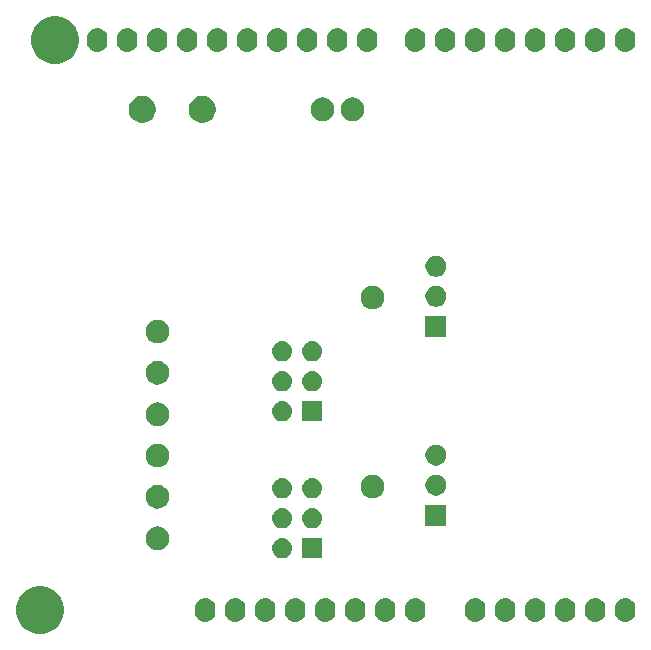
<source format=gbr>
G04 #@! TF.GenerationSoftware,KiCad,Pcbnew,5.0.2+dfsg1-1*
G04 #@! TF.CreationDate,2019-08-13T09:37:24+09:00*
G04 #@! TF.ProjectId,portal_shield_for_arduino,706f7274-616c-45f7-9368-69656c645f66,rev?*
G04 #@! TF.SameCoordinates,Original*
G04 #@! TF.FileFunction,Soldermask,Bot*
G04 #@! TF.FilePolarity,Negative*
%FSLAX46Y46*%
G04 Gerber Fmt 4.6, Leading zero omitted, Abs format (unit mm)*
G04 Created by KiCad (PCBNEW 5.0.2+dfsg1-1) date Tue 13 Aug 2019 09:37:24 AM KST*
%MOMM*%
%LPD*%
G01*
G04 APERTURE LIST*
%ADD10C,0.100000*%
G04 APERTURE END LIST*
D10*
G36*
X125560712Y-121871088D02*
X125930510Y-122024263D01*
X125930513Y-122024265D01*
X126263325Y-122246643D01*
X126546357Y-122529675D01*
X126730204Y-122804822D01*
X126768737Y-122862490D01*
X126921912Y-123232288D01*
X127000000Y-123624864D01*
X127000000Y-124025136D01*
X126921912Y-124417712D01*
X126768737Y-124787510D01*
X126768735Y-124787513D01*
X126546357Y-125120325D01*
X126263325Y-125403357D01*
X125930513Y-125625735D01*
X125930510Y-125625737D01*
X125560712Y-125778912D01*
X125168136Y-125857000D01*
X124767864Y-125857000D01*
X124375288Y-125778912D01*
X124005490Y-125625737D01*
X124005487Y-125625735D01*
X123672675Y-125403357D01*
X123389643Y-125120325D01*
X123167265Y-124787513D01*
X123167263Y-124787510D01*
X123014088Y-124417712D01*
X122936000Y-124025136D01*
X122936000Y-123624864D01*
X123014088Y-123232288D01*
X123167263Y-122862490D01*
X123205796Y-122804822D01*
X123389643Y-122529675D01*
X123672675Y-122246643D01*
X124005487Y-122024265D01*
X124005490Y-122024263D01*
X124375288Y-121871088D01*
X124767864Y-121793000D01*
X125168136Y-121793000D01*
X125560712Y-121871088D01*
X125560712Y-121871088D01*
G37*
G36*
X174667294Y-122821496D02*
X174787726Y-122858029D01*
X174830087Y-122870879D01*
X174980112Y-122951068D01*
X175111612Y-123058988D01*
X175219532Y-123190488D01*
X175299721Y-123340512D01*
X175312571Y-123382873D01*
X175349104Y-123503305D01*
X175349104Y-123503307D01*
X175361600Y-123630179D01*
X175361600Y-124019820D01*
X175361076Y-124025136D01*
X175349104Y-124146694D01*
X175312571Y-124267128D01*
X175299721Y-124309488D01*
X175219532Y-124459512D01*
X175111612Y-124591012D01*
X174980112Y-124698932D01*
X174830088Y-124779121D01*
X174802433Y-124787510D01*
X174667295Y-124828504D01*
X174554432Y-124839620D01*
X174498001Y-124845178D01*
X174498000Y-124845178D01*
X174328706Y-124828504D01*
X174193568Y-124787510D01*
X174165913Y-124779121D01*
X174015889Y-124698932D01*
X173925946Y-124625117D01*
X173884388Y-124591012D01*
X173776469Y-124459512D01*
X173754127Y-124417713D01*
X173696279Y-124309488D01*
X173683429Y-124267127D01*
X173646896Y-124146695D01*
X173638565Y-124062112D01*
X173634400Y-124019821D01*
X173634400Y-123630180D01*
X173646896Y-123503308D01*
X173646896Y-123503306D01*
X173696278Y-123340517D01*
X173696279Y-123340513D01*
X173776468Y-123190488D01*
X173884388Y-123058988D01*
X174015888Y-122951068D01*
X174165912Y-122870879D01*
X174208273Y-122858029D01*
X174328705Y-122821496D01*
X174441568Y-122810380D01*
X174497999Y-122804822D01*
X174498000Y-122804822D01*
X174667294Y-122821496D01*
X174667294Y-122821496D01*
G37*
G36*
X139107294Y-122821496D02*
X139227726Y-122858029D01*
X139270087Y-122870879D01*
X139420112Y-122951068D01*
X139551612Y-123058988D01*
X139659532Y-123190488D01*
X139739721Y-123340512D01*
X139752571Y-123382873D01*
X139789104Y-123503305D01*
X139789104Y-123503307D01*
X139801600Y-123630179D01*
X139801600Y-124019820D01*
X139801076Y-124025136D01*
X139789104Y-124146694D01*
X139752571Y-124267128D01*
X139739721Y-124309488D01*
X139659532Y-124459512D01*
X139551612Y-124591012D01*
X139420112Y-124698932D01*
X139270088Y-124779121D01*
X139242433Y-124787510D01*
X139107295Y-124828504D01*
X138994432Y-124839620D01*
X138938001Y-124845178D01*
X138938000Y-124845178D01*
X138768706Y-124828504D01*
X138633568Y-124787510D01*
X138605913Y-124779121D01*
X138455889Y-124698932D01*
X138365946Y-124625117D01*
X138324388Y-124591012D01*
X138216469Y-124459512D01*
X138194127Y-124417713D01*
X138136279Y-124309488D01*
X138123429Y-124267127D01*
X138086896Y-124146695D01*
X138078565Y-124062112D01*
X138074400Y-124019821D01*
X138074400Y-123630180D01*
X138086896Y-123503308D01*
X138086896Y-123503306D01*
X138136278Y-123340517D01*
X138136279Y-123340513D01*
X138216468Y-123190488D01*
X138324388Y-123058988D01*
X138455888Y-122951068D01*
X138605912Y-122870879D01*
X138648273Y-122858029D01*
X138768705Y-122821496D01*
X138881568Y-122810380D01*
X138937999Y-122804822D01*
X138938000Y-122804822D01*
X139107294Y-122821496D01*
X139107294Y-122821496D01*
G37*
G36*
X141647294Y-122821496D02*
X141767726Y-122858029D01*
X141810087Y-122870879D01*
X141960112Y-122951068D01*
X142091612Y-123058988D01*
X142199532Y-123190488D01*
X142279721Y-123340512D01*
X142292571Y-123382873D01*
X142329104Y-123503305D01*
X142329104Y-123503307D01*
X142341600Y-123630179D01*
X142341600Y-124019820D01*
X142341076Y-124025136D01*
X142329104Y-124146694D01*
X142292571Y-124267128D01*
X142279721Y-124309488D01*
X142199532Y-124459512D01*
X142091612Y-124591012D01*
X141960112Y-124698932D01*
X141810088Y-124779121D01*
X141782433Y-124787510D01*
X141647295Y-124828504D01*
X141534432Y-124839620D01*
X141478001Y-124845178D01*
X141478000Y-124845178D01*
X141308706Y-124828504D01*
X141173568Y-124787510D01*
X141145913Y-124779121D01*
X140995889Y-124698932D01*
X140905946Y-124625117D01*
X140864388Y-124591012D01*
X140756469Y-124459512D01*
X140734127Y-124417713D01*
X140676279Y-124309488D01*
X140663429Y-124267127D01*
X140626896Y-124146695D01*
X140618565Y-124062112D01*
X140614400Y-124019821D01*
X140614400Y-123630180D01*
X140626896Y-123503308D01*
X140626896Y-123503306D01*
X140676278Y-123340517D01*
X140676279Y-123340513D01*
X140756468Y-123190488D01*
X140864388Y-123058988D01*
X140995888Y-122951068D01*
X141145912Y-122870879D01*
X141188273Y-122858029D01*
X141308705Y-122821496D01*
X141421568Y-122810380D01*
X141477999Y-122804822D01*
X141478000Y-122804822D01*
X141647294Y-122821496D01*
X141647294Y-122821496D01*
G37*
G36*
X144187294Y-122821496D02*
X144307726Y-122858029D01*
X144350087Y-122870879D01*
X144500112Y-122951068D01*
X144631612Y-123058988D01*
X144739532Y-123190488D01*
X144819721Y-123340512D01*
X144832571Y-123382873D01*
X144869104Y-123503305D01*
X144869104Y-123503307D01*
X144881600Y-123630179D01*
X144881600Y-124019820D01*
X144881076Y-124025136D01*
X144869104Y-124146694D01*
X144832571Y-124267128D01*
X144819721Y-124309488D01*
X144739532Y-124459512D01*
X144631612Y-124591012D01*
X144500112Y-124698932D01*
X144350088Y-124779121D01*
X144322433Y-124787510D01*
X144187295Y-124828504D01*
X144074432Y-124839620D01*
X144018001Y-124845178D01*
X144018000Y-124845178D01*
X143848706Y-124828504D01*
X143713568Y-124787510D01*
X143685913Y-124779121D01*
X143535889Y-124698932D01*
X143445946Y-124625117D01*
X143404388Y-124591012D01*
X143296469Y-124459512D01*
X143274127Y-124417713D01*
X143216279Y-124309488D01*
X143203429Y-124267127D01*
X143166896Y-124146695D01*
X143158565Y-124062112D01*
X143154400Y-124019821D01*
X143154400Y-123630180D01*
X143166896Y-123503308D01*
X143166896Y-123503306D01*
X143216278Y-123340517D01*
X143216279Y-123340513D01*
X143296468Y-123190488D01*
X143404388Y-123058988D01*
X143535888Y-122951068D01*
X143685912Y-122870879D01*
X143728273Y-122858029D01*
X143848705Y-122821496D01*
X143961568Y-122810380D01*
X144017999Y-122804822D01*
X144018000Y-122804822D01*
X144187294Y-122821496D01*
X144187294Y-122821496D01*
G37*
G36*
X146727294Y-122821496D02*
X146847726Y-122858029D01*
X146890087Y-122870879D01*
X147040112Y-122951068D01*
X147171612Y-123058988D01*
X147279532Y-123190488D01*
X147359721Y-123340512D01*
X147372571Y-123382873D01*
X147409104Y-123503305D01*
X147409104Y-123503307D01*
X147421600Y-123630179D01*
X147421600Y-124019820D01*
X147421076Y-124025136D01*
X147409104Y-124146694D01*
X147372571Y-124267128D01*
X147359721Y-124309488D01*
X147279532Y-124459512D01*
X147171612Y-124591012D01*
X147040112Y-124698932D01*
X146890088Y-124779121D01*
X146862433Y-124787510D01*
X146727295Y-124828504D01*
X146614432Y-124839620D01*
X146558001Y-124845178D01*
X146558000Y-124845178D01*
X146388706Y-124828504D01*
X146253568Y-124787510D01*
X146225913Y-124779121D01*
X146075889Y-124698932D01*
X145985946Y-124625117D01*
X145944388Y-124591012D01*
X145836469Y-124459512D01*
X145814127Y-124417713D01*
X145756279Y-124309488D01*
X145743429Y-124267127D01*
X145706896Y-124146695D01*
X145698565Y-124062112D01*
X145694400Y-124019821D01*
X145694400Y-123630180D01*
X145706896Y-123503308D01*
X145706896Y-123503306D01*
X145756278Y-123340517D01*
X145756279Y-123340513D01*
X145836468Y-123190488D01*
X145944388Y-123058988D01*
X146075888Y-122951068D01*
X146225912Y-122870879D01*
X146268273Y-122858029D01*
X146388705Y-122821496D01*
X146501568Y-122810380D01*
X146557999Y-122804822D01*
X146558000Y-122804822D01*
X146727294Y-122821496D01*
X146727294Y-122821496D01*
G37*
G36*
X149267294Y-122821496D02*
X149387726Y-122858029D01*
X149430087Y-122870879D01*
X149580112Y-122951068D01*
X149711612Y-123058988D01*
X149819532Y-123190488D01*
X149899721Y-123340512D01*
X149912571Y-123382873D01*
X149949104Y-123503305D01*
X149949104Y-123503307D01*
X149961600Y-123630179D01*
X149961600Y-124019820D01*
X149961076Y-124025136D01*
X149949104Y-124146694D01*
X149912571Y-124267128D01*
X149899721Y-124309488D01*
X149819532Y-124459512D01*
X149711612Y-124591012D01*
X149580112Y-124698932D01*
X149430088Y-124779121D01*
X149402433Y-124787510D01*
X149267295Y-124828504D01*
X149154432Y-124839620D01*
X149098001Y-124845178D01*
X149098000Y-124845178D01*
X148928706Y-124828504D01*
X148793568Y-124787510D01*
X148765913Y-124779121D01*
X148615889Y-124698932D01*
X148525946Y-124625117D01*
X148484388Y-124591012D01*
X148376469Y-124459512D01*
X148354127Y-124417713D01*
X148296279Y-124309488D01*
X148283429Y-124267127D01*
X148246896Y-124146695D01*
X148238565Y-124062112D01*
X148234400Y-124019821D01*
X148234400Y-123630180D01*
X148246896Y-123503308D01*
X148246896Y-123503306D01*
X148296278Y-123340517D01*
X148296279Y-123340513D01*
X148376468Y-123190488D01*
X148484388Y-123058988D01*
X148615888Y-122951068D01*
X148765912Y-122870879D01*
X148808273Y-122858029D01*
X148928705Y-122821496D01*
X149041568Y-122810380D01*
X149097999Y-122804822D01*
X149098000Y-122804822D01*
X149267294Y-122821496D01*
X149267294Y-122821496D01*
G37*
G36*
X151807294Y-122821496D02*
X151927726Y-122858029D01*
X151970087Y-122870879D01*
X152120112Y-122951068D01*
X152251612Y-123058988D01*
X152359532Y-123190488D01*
X152439721Y-123340512D01*
X152452571Y-123382873D01*
X152489104Y-123503305D01*
X152489104Y-123503307D01*
X152501600Y-123630179D01*
X152501600Y-124019820D01*
X152501076Y-124025136D01*
X152489104Y-124146694D01*
X152452571Y-124267128D01*
X152439721Y-124309488D01*
X152359532Y-124459512D01*
X152251612Y-124591012D01*
X152120112Y-124698932D01*
X151970088Y-124779121D01*
X151942433Y-124787510D01*
X151807295Y-124828504D01*
X151694432Y-124839620D01*
X151638001Y-124845178D01*
X151638000Y-124845178D01*
X151468706Y-124828504D01*
X151333568Y-124787510D01*
X151305913Y-124779121D01*
X151155889Y-124698932D01*
X151065946Y-124625117D01*
X151024388Y-124591012D01*
X150916469Y-124459512D01*
X150894127Y-124417713D01*
X150836279Y-124309488D01*
X150823429Y-124267127D01*
X150786896Y-124146695D01*
X150778565Y-124062112D01*
X150774400Y-124019821D01*
X150774400Y-123630180D01*
X150786896Y-123503308D01*
X150786896Y-123503306D01*
X150836278Y-123340517D01*
X150836279Y-123340513D01*
X150916468Y-123190488D01*
X151024388Y-123058988D01*
X151155888Y-122951068D01*
X151305912Y-122870879D01*
X151348273Y-122858029D01*
X151468705Y-122821496D01*
X151581568Y-122810380D01*
X151637999Y-122804822D01*
X151638000Y-122804822D01*
X151807294Y-122821496D01*
X151807294Y-122821496D01*
G37*
G36*
X156887294Y-122821496D02*
X157007726Y-122858029D01*
X157050087Y-122870879D01*
X157200112Y-122951068D01*
X157331612Y-123058988D01*
X157439532Y-123190488D01*
X157519721Y-123340512D01*
X157532571Y-123382873D01*
X157569104Y-123503305D01*
X157569104Y-123503307D01*
X157581600Y-123630179D01*
X157581600Y-124019820D01*
X157581076Y-124025136D01*
X157569104Y-124146694D01*
X157532571Y-124267128D01*
X157519721Y-124309488D01*
X157439532Y-124459512D01*
X157331612Y-124591012D01*
X157200112Y-124698932D01*
X157050088Y-124779121D01*
X157022433Y-124787510D01*
X156887295Y-124828504D01*
X156774432Y-124839620D01*
X156718001Y-124845178D01*
X156718000Y-124845178D01*
X156548706Y-124828504D01*
X156413568Y-124787510D01*
X156385913Y-124779121D01*
X156235889Y-124698932D01*
X156145946Y-124625117D01*
X156104388Y-124591012D01*
X155996469Y-124459512D01*
X155974127Y-124417713D01*
X155916279Y-124309488D01*
X155903429Y-124267127D01*
X155866896Y-124146695D01*
X155858565Y-124062112D01*
X155854400Y-124019821D01*
X155854400Y-123630180D01*
X155866896Y-123503308D01*
X155866896Y-123503306D01*
X155916278Y-123340517D01*
X155916279Y-123340513D01*
X155996468Y-123190488D01*
X156104388Y-123058988D01*
X156235888Y-122951068D01*
X156385912Y-122870879D01*
X156428273Y-122858029D01*
X156548705Y-122821496D01*
X156661568Y-122810380D01*
X156717999Y-122804822D01*
X156718000Y-122804822D01*
X156887294Y-122821496D01*
X156887294Y-122821496D01*
G37*
G36*
X161967294Y-122821496D02*
X162087726Y-122858029D01*
X162130087Y-122870879D01*
X162280112Y-122951068D01*
X162411612Y-123058988D01*
X162519532Y-123190488D01*
X162599721Y-123340512D01*
X162612571Y-123382873D01*
X162649104Y-123503305D01*
X162649104Y-123503307D01*
X162661600Y-123630179D01*
X162661600Y-124019820D01*
X162661076Y-124025136D01*
X162649104Y-124146694D01*
X162612571Y-124267128D01*
X162599721Y-124309488D01*
X162519532Y-124459512D01*
X162411612Y-124591012D01*
X162280112Y-124698932D01*
X162130088Y-124779121D01*
X162102433Y-124787510D01*
X161967295Y-124828504D01*
X161854432Y-124839620D01*
X161798001Y-124845178D01*
X161798000Y-124845178D01*
X161628706Y-124828504D01*
X161493568Y-124787510D01*
X161465913Y-124779121D01*
X161315889Y-124698932D01*
X161225946Y-124625117D01*
X161184388Y-124591012D01*
X161076469Y-124459512D01*
X161054127Y-124417713D01*
X160996279Y-124309488D01*
X160983429Y-124267127D01*
X160946896Y-124146695D01*
X160938565Y-124062112D01*
X160934400Y-124019821D01*
X160934400Y-123630180D01*
X160946896Y-123503308D01*
X160946896Y-123503306D01*
X160996278Y-123340517D01*
X160996279Y-123340513D01*
X161076468Y-123190488D01*
X161184388Y-123058988D01*
X161315888Y-122951068D01*
X161465912Y-122870879D01*
X161508273Y-122858029D01*
X161628705Y-122821496D01*
X161741568Y-122810380D01*
X161797999Y-122804822D01*
X161798000Y-122804822D01*
X161967294Y-122821496D01*
X161967294Y-122821496D01*
G37*
G36*
X164507294Y-122821496D02*
X164627726Y-122858029D01*
X164670087Y-122870879D01*
X164820112Y-122951068D01*
X164951612Y-123058988D01*
X165059532Y-123190488D01*
X165139721Y-123340512D01*
X165152571Y-123382873D01*
X165189104Y-123503305D01*
X165189104Y-123503307D01*
X165201600Y-123630179D01*
X165201600Y-124019820D01*
X165201076Y-124025136D01*
X165189104Y-124146694D01*
X165152571Y-124267128D01*
X165139721Y-124309488D01*
X165059532Y-124459512D01*
X164951612Y-124591012D01*
X164820112Y-124698932D01*
X164670088Y-124779121D01*
X164642433Y-124787510D01*
X164507295Y-124828504D01*
X164394432Y-124839620D01*
X164338001Y-124845178D01*
X164338000Y-124845178D01*
X164168706Y-124828504D01*
X164033568Y-124787510D01*
X164005913Y-124779121D01*
X163855889Y-124698932D01*
X163765946Y-124625117D01*
X163724388Y-124591012D01*
X163616469Y-124459512D01*
X163594127Y-124417713D01*
X163536279Y-124309488D01*
X163523429Y-124267127D01*
X163486896Y-124146695D01*
X163478565Y-124062112D01*
X163474400Y-124019821D01*
X163474400Y-123630180D01*
X163486896Y-123503308D01*
X163486896Y-123503306D01*
X163536278Y-123340517D01*
X163536279Y-123340513D01*
X163616468Y-123190488D01*
X163724388Y-123058988D01*
X163855888Y-122951068D01*
X164005912Y-122870879D01*
X164048273Y-122858029D01*
X164168705Y-122821496D01*
X164281568Y-122810380D01*
X164337999Y-122804822D01*
X164338000Y-122804822D01*
X164507294Y-122821496D01*
X164507294Y-122821496D01*
G37*
G36*
X167047294Y-122821496D02*
X167167726Y-122858029D01*
X167210087Y-122870879D01*
X167360112Y-122951068D01*
X167491612Y-123058988D01*
X167599532Y-123190488D01*
X167679721Y-123340512D01*
X167692571Y-123382873D01*
X167729104Y-123503305D01*
X167729104Y-123503307D01*
X167741600Y-123630179D01*
X167741600Y-124019820D01*
X167741076Y-124025136D01*
X167729104Y-124146694D01*
X167692571Y-124267128D01*
X167679721Y-124309488D01*
X167599532Y-124459512D01*
X167491612Y-124591012D01*
X167360112Y-124698932D01*
X167210088Y-124779121D01*
X167182433Y-124787510D01*
X167047295Y-124828504D01*
X166934432Y-124839620D01*
X166878001Y-124845178D01*
X166878000Y-124845178D01*
X166708706Y-124828504D01*
X166573568Y-124787510D01*
X166545913Y-124779121D01*
X166395889Y-124698932D01*
X166305946Y-124625117D01*
X166264388Y-124591012D01*
X166156469Y-124459512D01*
X166134127Y-124417713D01*
X166076279Y-124309488D01*
X166063429Y-124267127D01*
X166026896Y-124146695D01*
X166018565Y-124062112D01*
X166014400Y-124019821D01*
X166014400Y-123630180D01*
X166026896Y-123503308D01*
X166026896Y-123503306D01*
X166076278Y-123340517D01*
X166076279Y-123340513D01*
X166156468Y-123190488D01*
X166264388Y-123058988D01*
X166395888Y-122951068D01*
X166545912Y-122870879D01*
X166588273Y-122858029D01*
X166708705Y-122821496D01*
X166821568Y-122810380D01*
X166877999Y-122804822D01*
X166878000Y-122804822D01*
X167047294Y-122821496D01*
X167047294Y-122821496D01*
G37*
G36*
X169587294Y-122821496D02*
X169707726Y-122858029D01*
X169750087Y-122870879D01*
X169900112Y-122951068D01*
X170031612Y-123058988D01*
X170139532Y-123190488D01*
X170219721Y-123340512D01*
X170232571Y-123382873D01*
X170269104Y-123503305D01*
X170269104Y-123503307D01*
X170281600Y-123630179D01*
X170281600Y-124019820D01*
X170281076Y-124025136D01*
X170269104Y-124146694D01*
X170232571Y-124267128D01*
X170219721Y-124309488D01*
X170139532Y-124459512D01*
X170031612Y-124591012D01*
X169900112Y-124698932D01*
X169750088Y-124779121D01*
X169722433Y-124787510D01*
X169587295Y-124828504D01*
X169474432Y-124839620D01*
X169418001Y-124845178D01*
X169418000Y-124845178D01*
X169248706Y-124828504D01*
X169113568Y-124787510D01*
X169085913Y-124779121D01*
X168935889Y-124698932D01*
X168845946Y-124625117D01*
X168804388Y-124591012D01*
X168696469Y-124459512D01*
X168674127Y-124417713D01*
X168616279Y-124309488D01*
X168603429Y-124267127D01*
X168566896Y-124146695D01*
X168558565Y-124062112D01*
X168554400Y-124019821D01*
X168554400Y-123630180D01*
X168566896Y-123503308D01*
X168566896Y-123503306D01*
X168616278Y-123340517D01*
X168616279Y-123340513D01*
X168696468Y-123190488D01*
X168804388Y-123058988D01*
X168935888Y-122951068D01*
X169085912Y-122870879D01*
X169128273Y-122858029D01*
X169248705Y-122821496D01*
X169361568Y-122810380D01*
X169417999Y-122804822D01*
X169418000Y-122804822D01*
X169587294Y-122821496D01*
X169587294Y-122821496D01*
G37*
G36*
X172127294Y-122821496D02*
X172247726Y-122858029D01*
X172290087Y-122870879D01*
X172440112Y-122951068D01*
X172571612Y-123058988D01*
X172679532Y-123190488D01*
X172759721Y-123340512D01*
X172772571Y-123382873D01*
X172809104Y-123503305D01*
X172809104Y-123503307D01*
X172821600Y-123630179D01*
X172821600Y-124019820D01*
X172821076Y-124025136D01*
X172809104Y-124146694D01*
X172772571Y-124267128D01*
X172759721Y-124309488D01*
X172679532Y-124459512D01*
X172571612Y-124591012D01*
X172440112Y-124698932D01*
X172290088Y-124779121D01*
X172262433Y-124787510D01*
X172127295Y-124828504D01*
X172014432Y-124839620D01*
X171958001Y-124845178D01*
X171958000Y-124845178D01*
X171788706Y-124828504D01*
X171653568Y-124787510D01*
X171625913Y-124779121D01*
X171475889Y-124698932D01*
X171385946Y-124625117D01*
X171344388Y-124591012D01*
X171236469Y-124459512D01*
X171214127Y-124417713D01*
X171156279Y-124309488D01*
X171143429Y-124267127D01*
X171106896Y-124146695D01*
X171098565Y-124062112D01*
X171094400Y-124019821D01*
X171094400Y-123630180D01*
X171106896Y-123503308D01*
X171106896Y-123503306D01*
X171156278Y-123340517D01*
X171156279Y-123340513D01*
X171236468Y-123190488D01*
X171344388Y-123058988D01*
X171475888Y-122951068D01*
X171625912Y-122870879D01*
X171668273Y-122858029D01*
X171788705Y-122821496D01*
X171901568Y-122810380D01*
X171957999Y-122804822D01*
X171958000Y-122804822D01*
X172127294Y-122821496D01*
X172127294Y-122821496D01*
G37*
G36*
X154347294Y-122821496D02*
X154467726Y-122858029D01*
X154510087Y-122870879D01*
X154660112Y-122951068D01*
X154791612Y-123058988D01*
X154899532Y-123190488D01*
X154979721Y-123340512D01*
X154992571Y-123382873D01*
X155029104Y-123503305D01*
X155029104Y-123503307D01*
X155041600Y-123630179D01*
X155041600Y-124019820D01*
X155041076Y-124025136D01*
X155029104Y-124146694D01*
X154992571Y-124267128D01*
X154979721Y-124309488D01*
X154899532Y-124459512D01*
X154791612Y-124591012D01*
X154660112Y-124698932D01*
X154510088Y-124779121D01*
X154482433Y-124787510D01*
X154347295Y-124828504D01*
X154234432Y-124839620D01*
X154178001Y-124845178D01*
X154178000Y-124845178D01*
X154008706Y-124828504D01*
X153873568Y-124787510D01*
X153845913Y-124779121D01*
X153695889Y-124698932D01*
X153605946Y-124625117D01*
X153564388Y-124591012D01*
X153456469Y-124459512D01*
X153434127Y-124417713D01*
X153376279Y-124309488D01*
X153363429Y-124267127D01*
X153326896Y-124146695D01*
X153318565Y-124062112D01*
X153314400Y-124019821D01*
X153314400Y-123630180D01*
X153326896Y-123503308D01*
X153326896Y-123503306D01*
X153376278Y-123340517D01*
X153376279Y-123340513D01*
X153456468Y-123190488D01*
X153564388Y-123058988D01*
X153695888Y-122951068D01*
X153845912Y-122870879D01*
X153888273Y-122858029D01*
X154008705Y-122821496D01*
X154121568Y-122810380D01*
X154177999Y-122804822D01*
X154178000Y-122804822D01*
X154347294Y-122821496D01*
X154347294Y-122821496D01*
G37*
G36*
X145626630Y-117762299D02*
X145786855Y-117810903D01*
X145934520Y-117889831D01*
X146063949Y-117996051D01*
X146170169Y-118125480D01*
X146249097Y-118273145D01*
X146297701Y-118433370D01*
X146314112Y-118600000D01*
X146297701Y-118766630D01*
X146249097Y-118926855D01*
X146170169Y-119074520D01*
X146063949Y-119203949D01*
X145934520Y-119310169D01*
X145786855Y-119389097D01*
X145626630Y-119437701D01*
X145501752Y-119450000D01*
X145418248Y-119450000D01*
X145293370Y-119437701D01*
X145133145Y-119389097D01*
X144985480Y-119310169D01*
X144856051Y-119203949D01*
X144749831Y-119074520D01*
X144670903Y-118926855D01*
X144622299Y-118766630D01*
X144605888Y-118600000D01*
X144622299Y-118433370D01*
X144670903Y-118273145D01*
X144749831Y-118125480D01*
X144856051Y-117996051D01*
X144985480Y-117889831D01*
X145133145Y-117810903D01*
X145293370Y-117762299D01*
X145418248Y-117750000D01*
X145501752Y-117750000D01*
X145626630Y-117762299D01*
X145626630Y-117762299D01*
G37*
G36*
X148850000Y-119450000D02*
X147150000Y-119450000D01*
X147150000Y-117750000D01*
X148850000Y-117750000D01*
X148850000Y-119450000D01*
X148850000Y-119450000D01*
G37*
G36*
X135075770Y-116765372D02*
X135191689Y-116788429D01*
X135373678Y-116863811D01*
X135537463Y-116973249D01*
X135676751Y-117112537D01*
X135786189Y-117276322D01*
X135861571Y-117458311D01*
X135900000Y-117651509D01*
X135900000Y-117848491D01*
X135861571Y-118041689D01*
X135786189Y-118223678D01*
X135676751Y-118387463D01*
X135537463Y-118526751D01*
X135373678Y-118636189D01*
X135191689Y-118711571D01*
X135075770Y-118734628D01*
X134998493Y-118750000D01*
X134801507Y-118750000D01*
X134724230Y-118734628D01*
X134608311Y-118711571D01*
X134426322Y-118636189D01*
X134262537Y-118526751D01*
X134123249Y-118387463D01*
X134013811Y-118223678D01*
X133938429Y-118041689D01*
X133900000Y-117848491D01*
X133900000Y-117651509D01*
X133938429Y-117458311D01*
X134013811Y-117276322D01*
X134123249Y-117112537D01*
X134262537Y-116973249D01*
X134426322Y-116863811D01*
X134608311Y-116788429D01*
X134724230Y-116765372D01*
X134801507Y-116750000D01*
X134998493Y-116750000D01*
X135075770Y-116765372D01*
X135075770Y-116765372D01*
G37*
G36*
X148166630Y-115222299D02*
X148326855Y-115270903D01*
X148474520Y-115349831D01*
X148603949Y-115456051D01*
X148710169Y-115585480D01*
X148789097Y-115733145D01*
X148837701Y-115893370D01*
X148854112Y-116060000D01*
X148837701Y-116226630D01*
X148789097Y-116386855D01*
X148710169Y-116534520D01*
X148603949Y-116663949D01*
X148474520Y-116770169D01*
X148326855Y-116849097D01*
X148166630Y-116897701D01*
X148041752Y-116910000D01*
X147958248Y-116910000D01*
X147833370Y-116897701D01*
X147673145Y-116849097D01*
X147525480Y-116770169D01*
X147396051Y-116663949D01*
X147289831Y-116534520D01*
X147210903Y-116386855D01*
X147162299Y-116226630D01*
X147145888Y-116060000D01*
X147162299Y-115893370D01*
X147210903Y-115733145D01*
X147289831Y-115585480D01*
X147396051Y-115456051D01*
X147525480Y-115349831D01*
X147673145Y-115270903D01*
X147833370Y-115222299D01*
X147958248Y-115210000D01*
X148041752Y-115210000D01*
X148166630Y-115222299D01*
X148166630Y-115222299D01*
G37*
G36*
X145626630Y-115222299D02*
X145786855Y-115270903D01*
X145934520Y-115349831D01*
X146063949Y-115456051D01*
X146170169Y-115585480D01*
X146249097Y-115733145D01*
X146297701Y-115893370D01*
X146314112Y-116060000D01*
X146297701Y-116226630D01*
X146249097Y-116386855D01*
X146170169Y-116534520D01*
X146063949Y-116663949D01*
X145934520Y-116770169D01*
X145786855Y-116849097D01*
X145626630Y-116897701D01*
X145501752Y-116910000D01*
X145418248Y-116910000D01*
X145293370Y-116897701D01*
X145133145Y-116849097D01*
X144985480Y-116770169D01*
X144856051Y-116663949D01*
X144749831Y-116534520D01*
X144670903Y-116386855D01*
X144622299Y-116226630D01*
X144605888Y-116060000D01*
X144622299Y-115893370D01*
X144670903Y-115733145D01*
X144749831Y-115585480D01*
X144856051Y-115456051D01*
X144985480Y-115349831D01*
X145133145Y-115270903D01*
X145293370Y-115222299D01*
X145418248Y-115210000D01*
X145501752Y-115210000D01*
X145626630Y-115222299D01*
X145626630Y-115222299D01*
G37*
G36*
X159363340Y-116692400D02*
X157585340Y-116692400D01*
X157585340Y-114914400D01*
X159363340Y-114914400D01*
X159363340Y-116692400D01*
X159363340Y-116692400D01*
G37*
G36*
X135075770Y-113265372D02*
X135191689Y-113288429D01*
X135373678Y-113363811D01*
X135537463Y-113473249D01*
X135676751Y-113612537D01*
X135786189Y-113776322D01*
X135861571Y-113958311D01*
X135870289Y-114002141D01*
X135900000Y-114151507D01*
X135900000Y-114348493D01*
X135898168Y-114357701D01*
X135861571Y-114541689D01*
X135786189Y-114723678D01*
X135676751Y-114887463D01*
X135537463Y-115026751D01*
X135373678Y-115136189D01*
X135191689Y-115211571D01*
X135075770Y-115234628D01*
X134998493Y-115250000D01*
X134801507Y-115250000D01*
X134724230Y-115234628D01*
X134608311Y-115211571D01*
X134426322Y-115136189D01*
X134262537Y-115026751D01*
X134123249Y-114887463D01*
X134013811Y-114723678D01*
X133938429Y-114541689D01*
X133901832Y-114357701D01*
X133900000Y-114348493D01*
X133900000Y-114151507D01*
X133929711Y-114002141D01*
X133938429Y-113958311D01*
X134013811Y-113776322D01*
X134123249Y-113612537D01*
X134262537Y-113473249D01*
X134426322Y-113363811D01*
X134608311Y-113288429D01*
X134724230Y-113265372D01*
X134801507Y-113250000D01*
X134998493Y-113250000D01*
X135075770Y-113265372D01*
X135075770Y-113265372D01*
G37*
G36*
X145626630Y-112682299D02*
X145786855Y-112730903D01*
X145934520Y-112809831D01*
X146063949Y-112916051D01*
X146170169Y-113045480D01*
X146249097Y-113193145D01*
X146297701Y-113353370D01*
X146314112Y-113520000D01*
X146297701Y-113686630D01*
X146249097Y-113846855D01*
X146170169Y-113994520D01*
X146063949Y-114123949D01*
X145934520Y-114230169D01*
X145786855Y-114309097D01*
X145626630Y-114357701D01*
X145501752Y-114370000D01*
X145418248Y-114370000D01*
X145293370Y-114357701D01*
X145133145Y-114309097D01*
X144985480Y-114230169D01*
X144856051Y-114123949D01*
X144749831Y-113994520D01*
X144670903Y-113846855D01*
X144622299Y-113686630D01*
X144605888Y-113520000D01*
X144622299Y-113353370D01*
X144670903Y-113193145D01*
X144749831Y-113045480D01*
X144856051Y-112916051D01*
X144985480Y-112809831D01*
X145133145Y-112730903D01*
X145293370Y-112682299D01*
X145418248Y-112670000D01*
X145501752Y-112670000D01*
X145626630Y-112682299D01*
X145626630Y-112682299D01*
G37*
G36*
X148166630Y-112682299D02*
X148326855Y-112730903D01*
X148474520Y-112809831D01*
X148603949Y-112916051D01*
X148710169Y-113045480D01*
X148789097Y-113193145D01*
X148837701Y-113353370D01*
X148854112Y-113520000D01*
X148837701Y-113686630D01*
X148789097Y-113846855D01*
X148710169Y-113994520D01*
X148603949Y-114123949D01*
X148474520Y-114230169D01*
X148326855Y-114309097D01*
X148166630Y-114357701D01*
X148041752Y-114370000D01*
X147958248Y-114370000D01*
X147833370Y-114357701D01*
X147673145Y-114309097D01*
X147525480Y-114230169D01*
X147396051Y-114123949D01*
X147289831Y-113994520D01*
X147210903Y-113846855D01*
X147162299Y-113686630D01*
X147145888Y-113520000D01*
X147162299Y-113353370D01*
X147210903Y-113193145D01*
X147289831Y-113045480D01*
X147396051Y-112916051D01*
X147525480Y-112809831D01*
X147673145Y-112730903D01*
X147833370Y-112682299D01*
X147958248Y-112670000D01*
X148041752Y-112670000D01*
X148166630Y-112682299D01*
X148166630Y-112682299D01*
G37*
G36*
X153391238Y-112403919D02*
X153573137Y-112479264D01*
X153736841Y-112588648D01*
X153876052Y-112727859D01*
X153985436Y-112891563D01*
X154060781Y-113073462D01*
X154099190Y-113266557D01*
X154099190Y-113463443D01*
X154060781Y-113656538D01*
X153985436Y-113838437D01*
X153876052Y-114002141D01*
X153736841Y-114141352D01*
X153573137Y-114250736D01*
X153391238Y-114326081D01*
X153198143Y-114364490D01*
X153001257Y-114364490D01*
X152808162Y-114326081D01*
X152626263Y-114250736D01*
X152462559Y-114141352D01*
X152323348Y-114002141D01*
X152213964Y-113838437D01*
X152138619Y-113656538D01*
X152100210Y-113463443D01*
X152100210Y-113266557D01*
X152138619Y-113073462D01*
X152213964Y-112891563D01*
X152323348Y-112727859D01*
X152462559Y-112588648D01*
X152626263Y-112479264D01*
X152808162Y-112403919D01*
X153001257Y-112365510D01*
X153198143Y-112365510D01*
X153391238Y-112403919D01*
X153391238Y-112403919D01*
G37*
G36*
X158733652Y-112408564D02*
X158895438Y-112475578D01*
X159041047Y-112572871D01*
X159164869Y-112696693D01*
X159262162Y-112842302D01*
X159329176Y-113004088D01*
X159363340Y-113175841D01*
X159363340Y-113350959D01*
X159329176Y-113522712D01*
X159262162Y-113684498D01*
X159164869Y-113830107D01*
X159041047Y-113953929D01*
X158895438Y-114051222D01*
X158733652Y-114118236D01*
X158561899Y-114152400D01*
X158386781Y-114152400D01*
X158215028Y-114118236D01*
X158053242Y-114051222D01*
X157907633Y-113953929D01*
X157783811Y-113830107D01*
X157686518Y-113684498D01*
X157619504Y-113522712D01*
X157585340Y-113350959D01*
X157585340Y-113175841D01*
X157619504Y-113004088D01*
X157686518Y-112842302D01*
X157783811Y-112696693D01*
X157907633Y-112572871D01*
X158053242Y-112475578D01*
X158215028Y-112408564D01*
X158386781Y-112374400D01*
X158561899Y-112374400D01*
X158733652Y-112408564D01*
X158733652Y-112408564D01*
G37*
G36*
X135075770Y-109765372D02*
X135191689Y-109788429D01*
X135373678Y-109863811D01*
X135537463Y-109973249D01*
X135676751Y-110112537D01*
X135786189Y-110276322D01*
X135861571Y-110458311D01*
X135862720Y-110464088D01*
X135896884Y-110635841D01*
X135900000Y-110651509D01*
X135900000Y-110848491D01*
X135861571Y-111041689D01*
X135786189Y-111223678D01*
X135676751Y-111387463D01*
X135537463Y-111526751D01*
X135373678Y-111636189D01*
X135191689Y-111711571D01*
X135075770Y-111734628D01*
X134998493Y-111750000D01*
X134801507Y-111750000D01*
X134724230Y-111734628D01*
X134608311Y-111711571D01*
X134426322Y-111636189D01*
X134262537Y-111526751D01*
X134123249Y-111387463D01*
X134013811Y-111223678D01*
X133938429Y-111041689D01*
X133900000Y-110848491D01*
X133900000Y-110651509D01*
X133903117Y-110635841D01*
X133937280Y-110464088D01*
X133938429Y-110458311D01*
X134013811Y-110276322D01*
X134123249Y-110112537D01*
X134262537Y-109973249D01*
X134426322Y-109863811D01*
X134608311Y-109788429D01*
X134724230Y-109765372D01*
X134801507Y-109750000D01*
X134998493Y-109750000D01*
X135075770Y-109765372D01*
X135075770Y-109765372D01*
G37*
G36*
X158733652Y-109868564D02*
X158895438Y-109935578D01*
X159041047Y-110032871D01*
X159164869Y-110156693D01*
X159262162Y-110302302D01*
X159329176Y-110464088D01*
X159363340Y-110635841D01*
X159363340Y-110810959D01*
X159329176Y-110982712D01*
X159262162Y-111144498D01*
X159164869Y-111290107D01*
X159041047Y-111413929D01*
X158895438Y-111511222D01*
X158733652Y-111578236D01*
X158561899Y-111612400D01*
X158386781Y-111612400D01*
X158215028Y-111578236D01*
X158053242Y-111511222D01*
X157907633Y-111413929D01*
X157783811Y-111290107D01*
X157686518Y-111144498D01*
X157619504Y-110982712D01*
X157585340Y-110810959D01*
X157585340Y-110635841D01*
X157619504Y-110464088D01*
X157686518Y-110302302D01*
X157783811Y-110156693D01*
X157907633Y-110032871D01*
X158053242Y-109935578D01*
X158215028Y-109868564D01*
X158386781Y-109834400D01*
X158561899Y-109834400D01*
X158733652Y-109868564D01*
X158733652Y-109868564D01*
G37*
G36*
X135075770Y-106265372D02*
X135191689Y-106288429D01*
X135373678Y-106363811D01*
X135537463Y-106473249D01*
X135676751Y-106612537D01*
X135786189Y-106776322D01*
X135861571Y-106958311D01*
X135900000Y-107151509D01*
X135900000Y-107348491D01*
X135861571Y-107541689D01*
X135786189Y-107723678D01*
X135676751Y-107887463D01*
X135537463Y-108026751D01*
X135373678Y-108136189D01*
X135191689Y-108211571D01*
X135075770Y-108234628D01*
X134998493Y-108250000D01*
X134801507Y-108250000D01*
X134724230Y-108234628D01*
X134608311Y-108211571D01*
X134426322Y-108136189D01*
X134262537Y-108026751D01*
X134123249Y-107887463D01*
X134013811Y-107723678D01*
X133938429Y-107541689D01*
X133900000Y-107348491D01*
X133900000Y-107151509D01*
X133938429Y-106958311D01*
X134013811Y-106776322D01*
X134123249Y-106612537D01*
X134262537Y-106473249D01*
X134426322Y-106363811D01*
X134608311Y-106288429D01*
X134724230Y-106265372D01*
X134801507Y-106250000D01*
X134998493Y-106250000D01*
X135075770Y-106265372D01*
X135075770Y-106265372D01*
G37*
G36*
X148850000Y-107850000D02*
X147150000Y-107850000D01*
X147150000Y-106150000D01*
X148850000Y-106150000D01*
X148850000Y-107850000D01*
X148850000Y-107850000D01*
G37*
G36*
X145626630Y-106162299D02*
X145786855Y-106210903D01*
X145934520Y-106289831D01*
X146063949Y-106396051D01*
X146170169Y-106525480D01*
X146249097Y-106673145D01*
X146297701Y-106833370D01*
X146314112Y-107000000D01*
X146297701Y-107166630D01*
X146249097Y-107326855D01*
X146170169Y-107474520D01*
X146063949Y-107603949D01*
X145934520Y-107710169D01*
X145786855Y-107789097D01*
X145626630Y-107837701D01*
X145501752Y-107850000D01*
X145418248Y-107850000D01*
X145293370Y-107837701D01*
X145133145Y-107789097D01*
X144985480Y-107710169D01*
X144856051Y-107603949D01*
X144749831Y-107474520D01*
X144670903Y-107326855D01*
X144622299Y-107166630D01*
X144605888Y-107000000D01*
X144622299Y-106833370D01*
X144670903Y-106673145D01*
X144749831Y-106525480D01*
X144856051Y-106396051D01*
X144985480Y-106289831D01*
X145133145Y-106210903D01*
X145293370Y-106162299D01*
X145418248Y-106150000D01*
X145501752Y-106150000D01*
X145626630Y-106162299D01*
X145626630Y-106162299D01*
G37*
G36*
X148166630Y-103622299D02*
X148326855Y-103670903D01*
X148474520Y-103749831D01*
X148603949Y-103856051D01*
X148710169Y-103985480D01*
X148789097Y-104133145D01*
X148837701Y-104293370D01*
X148854112Y-104460000D01*
X148837701Y-104626630D01*
X148789097Y-104786855D01*
X148710169Y-104934520D01*
X148603949Y-105063949D01*
X148474520Y-105170169D01*
X148326855Y-105249097D01*
X148166630Y-105297701D01*
X148041752Y-105310000D01*
X147958248Y-105310000D01*
X147833370Y-105297701D01*
X147673145Y-105249097D01*
X147525480Y-105170169D01*
X147396051Y-105063949D01*
X147289831Y-104934520D01*
X147210903Y-104786855D01*
X147162299Y-104626630D01*
X147145888Y-104460000D01*
X147162299Y-104293370D01*
X147210903Y-104133145D01*
X147289831Y-103985480D01*
X147396051Y-103856051D01*
X147525480Y-103749831D01*
X147673145Y-103670903D01*
X147833370Y-103622299D01*
X147958248Y-103610000D01*
X148041752Y-103610000D01*
X148166630Y-103622299D01*
X148166630Y-103622299D01*
G37*
G36*
X145626630Y-103622299D02*
X145786855Y-103670903D01*
X145934520Y-103749831D01*
X146063949Y-103856051D01*
X146170169Y-103985480D01*
X146249097Y-104133145D01*
X146297701Y-104293370D01*
X146314112Y-104460000D01*
X146297701Y-104626630D01*
X146249097Y-104786855D01*
X146170169Y-104934520D01*
X146063949Y-105063949D01*
X145934520Y-105170169D01*
X145786855Y-105249097D01*
X145626630Y-105297701D01*
X145501752Y-105310000D01*
X145418248Y-105310000D01*
X145293370Y-105297701D01*
X145133145Y-105249097D01*
X144985480Y-105170169D01*
X144856051Y-105063949D01*
X144749831Y-104934520D01*
X144670903Y-104786855D01*
X144622299Y-104626630D01*
X144605888Y-104460000D01*
X144622299Y-104293370D01*
X144670903Y-104133145D01*
X144749831Y-103985480D01*
X144856051Y-103856051D01*
X144985480Y-103749831D01*
X145133145Y-103670903D01*
X145293370Y-103622299D01*
X145418248Y-103610000D01*
X145501752Y-103610000D01*
X145626630Y-103622299D01*
X145626630Y-103622299D01*
G37*
G36*
X135075770Y-102765372D02*
X135191689Y-102788429D01*
X135373678Y-102863811D01*
X135537463Y-102973249D01*
X135676751Y-103112537D01*
X135786189Y-103276322D01*
X135861571Y-103458311D01*
X135884628Y-103574230D01*
X135900000Y-103651507D01*
X135900000Y-103848493D01*
X135898496Y-103856052D01*
X135861571Y-104041689D01*
X135786189Y-104223678D01*
X135676751Y-104387463D01*
X135537463Y-104526751D01*
X135373678Y-104636189D01*
X135191689Y-104711571D01*
X135075770Y-104734628D01*
X134998493Y-104750000D01*
X134801507Y-104750000D01*
X134724230Y-104734628D01*
X134608311Y-104711571D01*
X134426322Y-104636189D01*
X134262537Y-104526751D01*
X134123249Y-104387463D01*
X134013811Y-104223678D01*
X133938429Y-104041689D01*
X133901504Y-103856052D01*
X133900000Y-103848493D01*
X133900000Y-103651507D01*
X133915372Y-103574230D01*
X133938429Y-103458311D01*
X134013811Y-103276322D01*
X134123249Y-103112537D01*
X134262537Y-102973249D01*
X134426322Y-102863811D01*
X134608311Y-102788429D01*
X134724230Y-102765372D01*
X134801507Y-102750000D01*
X134998493Y-102750000D01*
X135075770Y-102765372D01*
X135075770Y-102765372D01*
G37*
G36*
X145626630Y-101082299D02*
X145786855Y-101130903D01*
X145934520Y-101209831D01*
X146063949Y-101316051D01*
X146170169Y-101445480D01*
X146249097Y-101593145D01*
X146297701Y-101753370D01*
X146314112Y-101920000D01*
X146297701Y-102086630D01*
X146249097Y-102246855D01*
X146170169Y-102394520D01*
X146063949Y-102523949D01*
X145934520Y-102630169D01*
X145786855Y-102709097D01*
X145626630Y-102757701D01*
X145501752Y-102770000D01*
X145418248Y-102770000D01*
X145293370Y-102757701D01*
X145133145Y-102709097D01*
X144985480Y-102630169D01*
X144856051Y-102523949D01*
X144749831Y-102394520D01*
X144670903Y-102246855D01*
X144622299Y-102086630D01*
X144605888Y-101920000D01*
X144622299Y-101753370D01*
X144670903Y-101593145D01*
X144749831Y-101445480D01*
X144856051Y-101316051D01*
X144985480Y-101209831D01*
X145133145Y-101130903D01*
X145293370Y-101082299D01*
X145418248Y-101070000D01*
X145501752Y-101070000D01*
X145626630Y-101082299D01*
X145626630Y-101082299D01*
G37*
G36*
X148166630Y-101082299D02*
X148326855Y-101130903D01*
X148474520Y-101209831D01*
X148603949Y-101316051D01*
X148710169Y-101445480D01*
X148789097Y-101593145D01*
X148837701Y-101753370D01*
X148854112Y-101920000D01*
X148837701Y-102086630D01*
X148789097Y-102246855D01*
X148710169Y-102394520D01*
X148603949Y-102523949D01*
X148474520Y-102630169D01*
X148326855Y-102709097D01*
X148166630Y-102757701D01*
X148041752Y-102770000D01*
X147958248Y-102770000D01*
X147833370Y-102757701D01*
X147673145Y-102709097D01*
X147525480Y-102630169D01*
X147396051Y-102523949D01*
X147289831Y-102394520D01*
X147210903Y-102246855D01*
X147162299Y-102086630D01*
X147145888Y-101920000D01*
X147162299Y-101753370D01*
X147210903Y-101593145D01*
X147289831Y-101445480D01*
X147396051Y-101316051D01*
X147525480Y-101209831D01*
X147673145Y-101130903D01*
X147833370Y-101082299D01*
X147958248Y-101070000D01*
X148041752Y-101070000D01*
X148166630Y-101082299D01*
X148166630Y-101082299D01*
G37*
G36*
X135075770Y-99265372D02*
X135191689Y-99288429D01*
X135373678Y-99363811D01*
X135537463Y-99473249D01*
X135676751Y-99612537D01*
X135786189Y-99776322D01*
X135861571Y-99958311D01*
X135900000Y-100151509D01*
X135900000Y-100348491D01*
X135861571Y-100541689D01*
X135786189Y-100723678D01*
X135676751Y-100887463D01*
X135537463Y-101026751D01*
X135373678Y-101136189D01*
X135191689Y-101211571D01*
X135075770Y-101234628D01*
X134998493Y-101250000D01*
X134801507Y-101250000D01*
X134724230Y-101234628D01*
X134608311Y-101211571D01*
X134426322Y-101136189D01*
X134262537Y-101026751D01*
X134123249Y-100887463D01*
X134013811Y-100723678D01*
X133938429Y-100541689D01*
X133900000Y-100348491D01*
X133900000Y-100151509D01*
X133938429Y-99958311D01*
X134013811Y-99776322D01*
X134123249Y-99612537D01*
X134262537Y-99473249D01*
X134426322Y-99363811D01*
X134608311Y-99288429D01*
X134724230Y-99265372D01*
X134801507Y-99250000D01*
X134998493Y-99250000D01*
X135075770Y-99265372D01*
X135075770Y-99265372D01*
G37*
G36*
X159363340Y-100692400D02*
X157585340Y-100692400D01*
X157585340Y-98914400D01*
X159363340Y-98914400D01*
X159363340Y-100692400D01*
X159363340Y-100692400D01*
G37*
G36*
X153391238Y-96403919D02*
X153573137Y-96479264D01*
X153736841Y-96588648D01*
X153876052Y-96727859D01*
X153985436Y-96891563D01*
X154060781Y-97073462D01*
X154099190Y-97266557D01*
X154099190Y-97463443D01*
X154060781Y-97656538D01*
X153985436Y-97838437D01*
X153876052Y-98002141D01*
X153736841Y-98141352D01*
X153573137Y-98250736D01*
X153391238Y-98326081D01*
X153198143Y-98364490D01*
X153001257Y-98364490D01*
X152808162Y-98326081D01*
X152626263Y-98250736D01*
X152462559Y-98141352D01*
X152323348Y-98002141D01*
X152213964Y-97838437D01*
X152138619Y-97656538D01*
X152100210Y-97463443D01*
X152100210Y-97266557D01*
X152138619Y-97073462D01*
X152213964Y-96891563D01*
X152323348Y-96727859D01*
X152462559Y-96588648D01*
X152626263Y-96479264D01*
X152808162Y-96403919D01*
X153001257Y-96365510D01*
X153198143Y-96365510D01*
X153391238Y-96403919D01*
X153391238Y-96403919D01*
G37*
G36*
X158733652Y-96408564D02*
X158895438Y-96475578D01*
X159041047Y-96572871D01*
X159164869Y-96696693D01*
X159262162Y-96842302D01*
X159329176Y-97004088D01*
X159363340Y-97175841D01*
X159363340Y-97350959D01*
X159329176Y-97522712D01*
X159262162Y-97684498D01*
X159164869Y-97830107D01*
X159041047Y-97953929D01*
X158895438Y-98051222D01*
X158733652Y-98118236D01*
X158561899Y-98152400D01*
X158386781Y-98152400D01*
X158215028Y-98118236D01*
X158053242Y-98051222D01*
X157907633Y-97953929D01*
X157783811Y-97830107D01*
X157686518Y-97684498D01*
X157619504Y-97522712D01*
X157585340Y-97350959D01*
X157585340Y-97175841D01*
X157619504Y-97004088D01*
X157686518Y-96842302D01*
X157783811Y-96696693D01*
X157907633Y-96572871D01*
X158053242Y-96475578D01*
X158215028Y-96408564D01*
X158386781Y-96374400D01*
X158561899Y-96374400D01*
X158733652Y-96408564D01*
X158733652Y-96408564D01*
G37*
G36*
X158733652Y-93868564D02*
X158895438Y-93935578D01*
X159041047Y-94032871D01*
X159164869Y-94156693D01*
X159262162Y-94302302D01*
X159329176Y-94464088D01*
X159363340Y-94635841D01*
X159363340Y-94810959D01*
X159329176Y-94982712D01*
X159262162Y-95144498D01*
X159164869Y-95290107D01*
X159041047Y-95413929D01*
X158895438Y-95511222D01*
X158733652Y-95578236D01*
X158561899Y-95612400D01*
X158386781Y-95612400D01*
X158215028Y-95578236D01*
X158053242Y-95511222D01*
X157907633Y-95413929D01*
X157783811Y-95290107D01*
X157686518Y-95144498D01*
X157619504Y-94982712D01*
X157585340Y-94810959D01*
X157585340Y-94635841D01*
X157619504Y-94464088D01*
X157686518Y-94302302D01*
X157783811Y-94156693D01*
X157907633Y-94032871D01*
X158053242Y-93935578D01*
X158215028Y-93868564D01*
X158386781Y-93834400D01*
X158561899Y-93834400D01*
X158733652Y-93868564D01*
X158733652Y-93868564D01*
G37*
G36*
X139043443Y-80329194D02*
X139252728Y-80415883D01*
X139441085Y-80541739D01*
X139601261Y-80701915D01*
X139727117Y-80890272D01*
X139813806Y-81099557D01*
X139858000Y-81321734D01*
X139858000Y-81548266D01*
X139813806Y-81770443D01*
X139727117Y-81979728D01*
X139601261Y-82168085D01*
X139441085Y-82328261D01*
X139252728Y-82454117D01*
X139043443Y-82540806D01*
X138821266Y-82585000D01*
X138594734Y-82585000D01*
X138372557Y-82540806D01*
X138163272Y-82454117D01*
X137974915Y-82328261D01*
X137814739Y-82168085D01*
X137688883Y-81979728D01*
X137602194Y-81770443D01*
X137558000Y-81548266D01*
X137558000Y-81321734D01*
X137602194Y-81099557D01*
X137688883Y-80890272D01*
X137814739Y-80701915D01*
X137974915Y-80541739D01*
X138163272Y-80415883D01*
X138372557Y-80329194D01*
X138594734Y-80285000D01*
X138821266Y-80285000D01*
X139043443Y-80329194D01*
X139043443Y-80329194D01*
G37*
G36*
X133963443Y-80329194D02*
X134172728Y-80415883D01*
X134361085Y-80541739D01*
X134521261Y-80701915D01*
X134647117Y-80890272D01*
X134733806Y-81099557D01*
X134778000Y-81321734D01*
X134778000Y-81548266D01*
X134733806Y-81770443D01*
X134647117Y-81979728D01*
X134521261Y-82168085D01*
X134361085Y-82328261D01*
X134172728Y-82454117D01*
X133963443Y-82540806D01*
X133741266Y-82585000D01*
X133514734Y-82585000D01*
X133292557Y-82540806D01*
X133083272Y-82454117D01*
X132894915Y-82328261D01*
X132734739Y-82168085D01*
X132608883Y-81979728D01*
X132522194Y-81770443D01*
X132478000Y-81548266D01*
X132478000Y-81321734D01*
X132522194Y-81099557D01*
X132608883Y-80890272D01*
X132734739Y-80701915D01*
X132894915Y-80541739D01*
X133083272Y-80415883D01*
X133292557Y-80329194D01*
X133514734Y-80285000D01*
X133741266Y-80285000D01*
X133963443Y-80329194D01*
X133963443Y-80329194D01*
G37*
G36*
X149043770Y-80450372D02*
X149159689Y-80473429D01*
X149341678Y-80548811D01*
X149505463Y-80658249D01*
X149644751Y-80797537D01*
X149754189Y-80961322D01*
X149829571Y-81143311D01*
X149852628Y-81259230D01*
X149868000Y-81336507D01*
X149868000Y-81533493D01*
X149865061Y-81548266D01*
X149829571Y-81726689D01*
X149754189Y-81908678D01*
X149644751Y-82072463D01*
X149505463Y-82211751D01*
X149341678Y-82321189D01*
X149159689Y-82396571D01*
X149043770Y-82419628D01*
X148966493Y-82435000D01*
X148769507Y-82435000D01*
X148692230Y-82419628D01*
X148576311Y-82396571D01*
X148394322Y-82321189D01*
X148230537Y-82211751D01*
X148091249Y-82072463D01*
X147981811Y-81908678D01*
X147906429Y-81726689D01*
X147870939Y-81548266D01*
X147868000Y-81533493D01*
X147868000Y-81336507D01*
X147883372Y-81259230D01*
X147906429Y-81143311D01*
X147981811Y-80961322D01*
X148091249Y-80797537D01*
X148230537Y-80658249D01*
X148394322Y-80548811D01*
X148576311Y-80473429D01*
X148692230Y-80450372D01*
X148769507Y-80435000D01*
X148966493Y-80435000D01*
X149043770Y-80450372D01*
X149043770Y-80450372D01*
G37*
G36*
X151583770Y-80450372D02*
X151699689Y-80473429D01*
X151881678Y-80548811D01*
X152045463Y-80658249D01*
X152184751Y-80797537D01*
X152294189Y-80961322D01*
X152369571Y-81143311D01*
X152392628Y-81259230D01*
X152408000Y-81336507D01*
X152408000Y-81533493D01*
X152405061Y-81548266D01*
X152369571Y-81726689D01*
X152294189Y-81908678D01*
X152184751Y-82072463D01*
X152045463Y-82211751D01*
X151881678Y-82321189D01*
X151699689Y-82396571D01*
X151583770Y-82419628D01*
X151506493Y-82435000D01*
X151309507Y-82435000D01*
X151232230Y-82419628D01*
X151116311Y-82396571D01*
X150934322Y-82321189D01*
X150770537Y-82211751D01*
X150631249Y-82072463D01*
X150521811Y-81908678D01*
X150446429Y-81726689D01*
X150410939Y-81548266D01*
X150408000Y-81533493D01*
X150408000Y-81336507D01*
X150423372Y-81259230D01*
X150446429Y-81143311D01*
X150521811Y-80961322D01*
X150631249Y-80797537D01*
X150770537Y-80658249D01*
X150934322Y-80548811D01*
X151116311Y-80473429D01*
X151232230Y-80450372D01*
X151309507Y-80435000D01*
X151506493Y-80435000D01*
X151583770Y-80450372D01*
X151583770Y-80450372D01*
G37*
G36*
X126830712Y-73611088D02*
X127200510Y-73764263D01*
X127200513Y-73764265D01*
X127533325Y-73986643D01*
X127816357Y-74269675D01*
X128000204Y-74544822D01*
X128038737Y-74602490D01*
X128191912Y-74972288D01*
X128270000Y-75364864D01*
X128270000Y-75765136D01*
X128191912Y-76157712D01*
X128038737Y-76527510D01*
X128038735Y-76527513D01*
X127816357Y-76860325D01*
X127533325Y-77143357D01*
X127200513Y-77365735D01*
X127200510Y-77365737D01*
X126830712Y-77518912D01*
X126438136Y-77597000D01*
X126037864Y-77597000D01*
X125645288Y-77518912D01*
X125275490Y-77365737D01*
X125275487Y-77365735D01*
X124942675Y-77143357D01*
X124659643Y-76860325D01*
X124437265Y-76527513D01*
X124437263Y-76527510D01*
X124284088Y-76157712D01*
X124206000Y-75765136D01*
X124206000Y-75364864D01*
X124284088Y-74972288D01*
X124437263Y-74602490D01*
X124475796Y-74544822D01*
X124659643Y-74269675D01*
X124942675Y-73986643D01*
X125275487Y-73764265D01*
X125275490Y-73764263D01*
X125645288Y-73611088D01*
X126037864Y-73533000D01*
X126438136Y-73533000D01*
X126830712Y-73611088D01*
X126830712Y-73611088D01*
G37*
G36*
X156887294Y-74561496D02*
X157007726Y-74598029D01*
X157050087Y-74610879D01*
X157200112Y-74691068D01*
X157331612Y-74798988D01*
X157439532Y-74930488D01*
X157519721Y-75080512D01*
X157532571Y-75122873D01*
X157569104Y-75243305D01*
X157569104Y-75243307D01*
X157581600Y-75370179D01*
X157581600Y-75759820D01*
X157581076Y-75765136D01*
X157569104Y-75886694D01*
X157532571Y-76007128D01*
X157519721Y-76049488D01*
X157439532Y-76199512D01*
X157331612Y-76331012D01*
X157200112Y-76438932D01*
X157050088Y-76519121D01*
X157022433Y-76527510D01*
X156887295Y-76568504D01*
X156774432Y-76579620D01*
X156718001Y-76585178D01*
X156718000Y-76585178D01*
X156548706Y-76568504D01*
X156413568Y-76527510D01*
X156385913Y-76519121D01*
X156235889Y-76438932D01*
X156145946Y-76365117D01*
X156104388Y-76331012D01*
X155996469Y-76199512D01*
X155974127Y-76157713D01*
X155916279Y-76049488D01*
X155903429Y-76007127D01*
X155866896Y-75886695D01*
X155858565Y-75802112D01*
X155854400Y-75759821D01*
X155854400Y-75370180D01*
X155866896Y-75243308D01*
X155866896Y-75243306D01*
X155916278Y-75080517D01*
X155916279Y-75080513D01*
X155996468Y-74930488D01*
X156104388Y-74798988D01*
X156235888Y-74691068D01*
X156385912Y-74610879D01*
X156428273Y-74598029D01*
X156548705Y-74561496D01*
X156661568Y-74550380D01*
X156717999Y-74544822D01*
X156718000Y-74544822D01*
X156887294Y-74561496D01*
X156887294Y-74561496D01*
G37*
G36*
X137583294Y-74561496D02*
X137703726Y-74598029D01*
X137746087Y-74610879D01*
X137896112Y-74691068D01*
X138027612Y-74798988D01*
X138135532Y-74930488D01*
X138215721Y-75080512D01*
X138228571Y-75122873D01*
X138265104Y-75243305D01*
X138265104Y-75243307D01*
X138277600Y-75370179D01*
X138277600Y-75759820D01*
X138277076Y-75765136D01*
X138265104Y-75886694D01*
X138228571Y-76007128D01*
X138215721Y-76049488D01*
X138135532Y-76199512D01*
X138027612Y-76331012D01*
X137896112Y-76438932D01*
X137746088Y-76519121D01*
X137718433Y-76527510D01*
X137583295Y-76568504D01*
X137470432Y-76579620D01*
X137414001Y-76585178D01*
X137414000Y-76585178D01*
X137244706Y-76568504D01*
X137109568Y-76527510D01*
X137081913Y-76519121D01*
X136931889Y-76438932D01*
X136841946Y-76365117D01*
X136800388Y-76331012D01*
X136692469Y-76199512D01*
X136670127Y-76157713D01*
X136612279Y-76049488D01*
X136599429Y-76007127D01*
X136562896Y-75886695D01*
X136554565Y-75802112D01*
X136550400Y-75759821D01*
X136550400Y-75370180D01*
X136562896Y-75243308D01*
X136562896Y-75243306D01*
X136612278Y-75080517D01*
X136612279Y-75080513D01*
X136692468Y-74930488D01*
X136800388Y-74798988D01*
X136931888Y-74691068D01*
X137081912Y-74610879D01*
X137124273Y-74598029D01*
X137244705Y-74561496D01*
X137357568Y-74550380D01*
X137413999Y-74544822D01*
X137414000Y-74544822D01*
X137583294Y-74561496D01*
X137583294Y-74561496D01*
G37*
G36*
X129963294Y-74561496D02*
X130083726Y-74598029D01*
X130126087Y-74610879D01*
X130276112Y-74691068D01*
X130407612Y-74798988D01*
X130515532Y-74930488D01*
X130595721Y-75080512D01*
X130608571Y-75122873D01*
X130645104Y-75243305D01*
X130645104Y-75243307D01*
X130657600Y-75370179D01*
X130657600Y-75759820D01*
X130657076Y-75765136D01*
X130645104Y-75886694D01*
X130608571Y-76007128D01*
X130595721Y-76049488D01*
X130515532Y-76199512D01*
X130407612Y-76331012D01*
X130276112Y-76438932D01*
X130126088Y-76519121D01*
X130098433Y-76527510D01*
X129963295Y-76568504D01*
X129850432Y-76579620D01*
X129794001Y-76585178D01*
X129794000Y-76585178D01*
X129624706Y-76568504D01*
X129489568Y-76527510D01*
X129461913Y-76519121D01*
X129311889Y-76438932D01*
X129221946Y-76365117D01*
X129180388Y-76331012D01*
X129072469Y-76199512D01*
X129050127Y-76157713D01*
X128992279Y-76049488D01*
X128979429Y-76007127D01*
X128942896Y-75886695D01*
X128934565Y-75802112D01*
X128930400Y-75759821D01*
X128930400Y-75370180D01*
X128942896Y-75243308D01*
X128942896Y-75243306D01*
X128992278Y-75080517D01*
X128992279Y-75080513D01*
X129072468Y-74930488D01*
X129180388Y-74798988D01*
X129311888Y-74691068D01*
X129461912Y-74610879D01*
X129504273Y-74598029D01*
X129624705Y-74561496D01*
X129737568Y-74550380D01*
X129793999Y-74544822D01*
X129794000Y-74544822D01*
X129963294Y-74561496D01*
X129963294Y-74561496D01*
G37*
G36*
X150283294Y-74561496D02*
X150403726Y-74598029D01*
X150446087Y-74610879D01*
X150596112Y-74691068D01*
X150727612Y-74798988D01*
X150835532Y-74930488D01*
X150915721Y-75080512D01*
X150928571Y-75122873D01*
X150965104Y-75243305D01*
X150965104Y-75243307D01*
X150977600Y-75370179D01*
X150977600Y-75759820D01*
X150977076Y-75765136D01*
X150965104Y-75886694D01*
X150928571Y-76007128D01*
X150915721Y-76049488D01*
X150835532Y-76199512D01*
X150727612Y-76331012D01*
X150596112Y-76438932D01*
X150446088Y-76519121D01*
X150418433Y-76527510D01*
X150283295Y-76568504D01*
X150170432Y-76579620D01*
X150114001Y-76585178D01*
X150114000Y-76585178D01*
X149944706Y-76568504D01*
X149809568Y-76527510D01*
X149781913Y-76519121D01*
X149631889Y-76438932D01*
X149541946Y-76365117D01*
X149500388Y-76331012D01*
X149392469Y-76199512D01*
X149370127Y-76157713D01*
X149312279Y-76049488D01*
X149299429Y-76007127D01*
X149262896Y-75886695D01*
X149254565Y-75802112D01*
X149250400Y-75759821D01*
X149250400Y-75370180D01*
X149262896Y-75243308D01*
X149262896Y-75243306D01*
X149312278Y-75080517D01*
X149312279Y-75080513D01*
X149392468Y-74930488D01*
X149500388Y-74798988D01*
X149631888Y-74691068D01*
X149781912Y-74610879D01*
X149824273Y-74598029D01*
X149944705Y-74561496D01*
X150057568Y-74550380D01*
X150113999Y-74544822D01*
X150114000Y-74544822D01*
X150283294Y-74561496D01*
X150283294Y-74561496D01*
G37*
G36*
X145203294Y-74561496D02*
X145323726Y-74598029D01*
X145366087Y-74610879D01*
X145516112Y-74691068D01*
X145647612Y-74798988D01*
X145755532Y-74930488D01*
X145835721Y-75080512D01*
X145848571Y-75122873D01*
X145885104Y-75243305D01*
X145885104Y-75243307D01*
X145897600Y-75370179D01*
X145897600Y-75759820D01*
X145897076Y-75765136D01*
X145885104Y-75886694D01*
X145848571Y-76007128D01*
X145835721Y-76049488D01*
X145755532Y-76199512D01*
X145647612Y-76331012D01*
X145516112Y-76438932D01*
X145366088Y-76519121D01*
X145338433Y-76527510D01*
X145203295Y-76568504D01*
X145090432Y-76579620D01*
X145034001Y-76585178D01*
X145034000Y-76585178D01*
X144864706Y-76568504D01*
X144729568Y-76527510D01*
X144701913Y-76519121D01*
X144551889Y-76438932D01*
X144461946Y-76365117D01*
X144420388Y-76331012D01*
X144312469Y-76199512D01*
X144290127Y-76157713D01*
X144232279Y-76049488D01*
X144219429Y-76007127D01*
X144182896Y-75886695D01*
X144174565Y-75802112D01*
X144170400Y-75759821D01*
X144170400Y-75370180D01*
X144182896Y-75243308D01*
X144182896Y-75243306D01*
X144232278Y-75080517D01*
X144232279Y-75080513D01*
X144312468Y-74930488D01*
X144420388Y-74798988D01*
X144551888Y-74691068D01*
X144701912Y-74610879D01*
X144744273Y-74598029D01*
X144864705Y-74561496D01*
X144977568Y-74550380D01*
X145033999Y-74544822D01*
X145034000Y-74544822D01*
X145203294Y-74561496D01*
X145203294Y-74561496D01*
G37*
G36*
X142663294Y-74561496D02*
X142783726Y-74598029D01*
X142826087Y-74610879D01*
X142976112Y-74691068D01*
X143107612Y-74798988D01*
X143215532Y-74930488D01*
X143295721Y-75080512D01*
X143308571Y-75122873D01*
X143345104Y-75243305D01*
X143345104Y-75243307D01*
X143357600Y-75370179D01*
X143357600Y-75759820D01*
X143357076Y-75765136D01*
X143345104Y-75886694D01*
X143308571Y-76007128D01*
X143295721Y-76049488D01*
X143215532Y-76199512D01*
X143107612Y-76331012D01*
X142976112Y-76438932D01*
X142826088Y-76519121D01*
X142798433Y-76527510D01*
X142663295Y-76568504D01*
X142550432Y-76579620D01*
X142494001Y-76585178D01*
X142494000Y-76585178D01*
X142324706Y-76568504D01*
X142189568Y-76527510D01*
X142161913Y-76519121D01*
X142011889Y-76438932D01*
X141921946Y-76365117D01*
X141880388Y-76331012D01*
X141772469Y-76199512D01*
X141750127Y-76157713D01*
X141692279Y-76049488D01*
X141679429Y-76007127D01*
X141642896Y-75886695D01*
X141634565Y-75802112D01*
X141630400Y-75759821D01*
X141630400Y-75370180D01*
X141642896Y-75243308D01*
X141642896Y-75243306D01*
X141692278Y-75080517D01*
X141692279Y-75080513D01*
X141772468Y-74930488D01*
X141880388Y-74798988D01*
X142011888Y-74691068D01*
X142161912Y-74610879D01*
X142204273Y-74598029D01*
X142324705Y-74561496D01*
X142437568Y-74550380D01*
X142493999Y-74544822D01*
X142494000Y-74544822D01*
X142663294Y-74561496D01*
X142663294Y-74561496D01*
G37*
G36*
X140123294Y-74561496D02*
X140243726Y-74598029D01*
X140286087Y-74610879D01*
X140436112Y-74691068D01*
X140567612Y-74798988D01*
X140675532Y-74930488D01*
X140755721Y-75080512D01*
X140768571Y-75122873D01*
X140805104Y-75243305D01*
X140805104Y-75243307D01*
X140817600Y-75370179D01*
X140817600Y-75759820D01*
X140817076Y-75765136D01*
X140805104Y-75886694D01*
X140768571Y-76007128D01*
X140755721Y-76049488D01*
X140675532Y-76199512D01*
X140567612Y-76331012D01*
X140436112Y-76438932D01*
X140286088Y-76519121D01*
X140258433Y-76527510D01*
X140123295Y-76568504D01*
X140010432Y-76579620D01*
X139954001Y-76585178D01*
X139954000Y-76585178D01*
X139784706Y-76568504D01*
X139649568Y-76527510D01*
X139621913Y-76519121D01*
X139471889Y-76438932D01*
X139381946Y-76365117D01*
X139340388Y-76331012D01*
X139232469Y-76199512D01*
X139210127Y-76157713D01*
X139152279Y-76049488D01*
X139139429Y-76007127D01*
X139102896Y-75886695D01*
X139094565Y-75802112D01*
X139090400Y-75759821D01*
X139090400Y-75370180D01*
X139102896Y-75243308D01*
X139102896Y-75243306D01*
X139152278Y-75080517D01*
X139152279Y-75080513D01*
X139232468Y-74930488D01*
X139340388Y-74798988D01*
X139471888Y-74691068D01*
X139621912Y-74610879D01*
X139664273Y-74598029D01*
X139784705Y-74561496D01*
X139897568Y-74550380D01*
X139953999Y-74544822D01*
X139954000Y-74544822D01*
X140123294Y-74561496D01*
X140123294Y-74561496D01*
G37*
G36*
X147743294Y-74561496D02*
X147863726Y-74598029D01*
X147906087Y-74610879D01*
X148056112Y-74691068D01*
X148187612Y-74798988D01*
X148295532Y-74930488D01*
X148375721Y-75080512D01*
X148388571Y-75122873D01*
X148425104Y-75243305D01*
X148425104Y-75243307D01*
X148437600Y-75370179D01*
X148437600Y-75759820D01*
X148437076Y-75765136D01*
X148425104Y-75886694D01*
X148388571Y-76007128D01*
X148375721Y-76049488D01*
X148295532Y-76199512D01*
X148187612Y-76331012D01*
X148056112Y-76438932D01*
X147906088Y-76519121D01*
X147878433Y-76527510D01*
X147743295Y-76568504D01*
X147630432Y-76579620D01*
X147574001Y-76585178D01*
X147574000Y-76585178D01*
X147404706Y-76568504D01*
X147269568Y-76527510D01*
X147241913Y-76519121D01*
X147091889Y-76438932D01*
X147001946Y-76365117D01*
X146960388Y-76331012D01*
X146852469Y-76199512D01*
X146830127Y-76157713D01*
X146772279Y-76049488D01*
X146759429Y-76007127D01*
X146722896Y-75886695D01*
X146714565Y-75802112D01*
X146710400Y-75759821D01*
X146710400Y-75370180D01*
X146722896Y-75243308D01*
X146722896Y-75243306D01*
X146772278Y-75080517D01*
X146772279Y-75080513D01*
X146852468Y-74930488D01*
X146960388Y-74798988D01*
X147091888Y-74691068D01*
X147241912Y-74610879D01*
X147284273Y-74598029D01*
X147404705Y-74561496D01*
X147517568Y-74550380D01*
X147573999Y-74544822D01*
X147574000Y-74544822D01*
X147743294Y-74561496D01*
X147743294Y-74561496D01*
G37*
G36*
X132503294Y-74561496D02*
X132623726Y-74598029D01*
X132666087Y-74610879D01*
X132816112Y-74691068D01*
X132947612Y-74798988D01*
X133055532Y-74930488D01*
X133135721Y-75080512D01*
X133148571Y-75122873D01*
X133185104Y-75243305D01*
X133185104Y-75243307D01*
X133197600Y-75370179D01*
X133197600Y-75759820D01*
X133197076Y-75765136D01*
X133185104Y-75886694D01*
X133148571Y-76007128D01*
X133135721Y-76049488D01*
X133055532Y-76199512D01*
X132947612Y-76331012D01*
X132816112Y-76438932D01*
X132666088Y-76519121D01*
X132638433Y-76527510D01*
X132503295Y-76568504D01*
X132390432Y-76579620D01*
X132334001Y-76585178D01*
X132334000Y-76585178D01*
X132164706Y-76568504D01*
X132029568Y-76527510D01*
X132001913Y-76519121D01*
X131851889Y-76438932D01*
X131761946Y-76365117D01*
X131720388Y-76331012D01*
X131612469Y-76199512D01*
X131590127Y-76157713D01*
X131532279Y-76049488D01*
X131519429Y-76007127D01*
X131482896Y-75886695D01*
X131474565Y-75802112D01*
X131470400Y-75759821D01*
X131470400Y-75370180D01*
X131482896Y-75243308D01*
X131482896Y-75243306D01*
X131532278Y-75080517D01*
X131532279Y-75080513D01*
X131612468Y-74930488D01*
X131720388Y-74798988D01*
X131851888Y-74691068D01*
X132001912Y-74610879D01*
X132044273Y-74598029D01*
X132164705Y-74561496D01*
X132277568Y-74550380D01*
X132333999Y-74544822D01*
X132334000Y-74544822D01*
X132503294Y-74561496D01*
X132503294Y-74561496D01*
G37*
G36*
X135043294Y-74561496D02*
X135163726Y-74598029D01*
X135206087Y-74610879D01*
X135356112Y-74691068D01*
X135487612Y-74798988D01*
X135595532Y-74930488D01*
X135675721Y-75080512D01*
X135688571Y-75122873D01*
X135725104Y-75243305D01*
X135725104Y-75243307D01*
X135737600Y-75370179D01*
X135737600Y-75759820D01*
X135737076Y-75765136D01*
X135725104Y-75886694D01*
X135688571Y-76007128D01*
X135675721Y-76049488D01*
X135595532Y-76199512D01*
X135487612Y-76331012D01*
X135356112Y-76438932D01*
X135206088Y-76519121D01*
X135178433Y-76527510D01*
X135043295Y-76568504D01*
X134930432Y-76579620D01*
X134874001Y-76585178D01*
X134874000Y-76585178D01*
X134704706Y-76568504D01*
X134569568Y-76527510D01*
X134541913Y-76519121D01*
X134391889Y-76438932D01*
X134301946Y-76365117D01*
X134260388Y-76331012D01*
X134152469Y-76199512D01*
X134130127Y-76157713D01*
X134072279Y-76049488D01*
X134059429Y-76007127D01*
X134022896Y-75886695D01*
X134014565Y-75802112D01*
X134010400Y-75759821D01*
X134010400Y-75370180D01*
X134022896Y-75243308D01*
X134022896Y-75243306D01*
X134072278Y-75080517D01*
X134072279Y-75080513D01*
X134152468Y-74930488D01*
X134260388Y-74798988D01*
X134391888Y-74691068D01*
X134541912Y-74610879D01*
X134584273Y-74598029D01*
X134704705Y-74561496D01*
X134817568Y-74550380D01*
X134873999Y-74544822D01*
X134874000Y-74544822D01*
X135043294Y-74561496D01*
X135043294Y-74561496D01*
G37*
G36*
X152823294Y-74561496D02*
X152943726Y-74598029D01*
X152986087Y-74610879D01*
X153136112Y-74691068D01*
X153267612Y-74798988D01*
X153375532Y-74930488D01*
X153455721Y-75080512D01*
X153468571Y-75122873D01*
X153505104Y-75243305D01*
X153505104Y-75243307D01*
X153517600Y-75370179D01*
X153517600Y-75759820D01*
X153517076Y-75765136D01*
X153505104Y-75886694D01*
X153468571Y-76007128D01*
X153455721Y-76049488D01*
X153375532Y-76199512D01*
X153267612Y-76331012D01*
X153136112Y-76438932D01*
X152986088Y-76519121D01*
X152958433Y-76527510D01*
X152823295Y-76568504D01*
X152710432Y-76579620D01*
X152654001Y-76585178D01*
X152654000Y-76585178D01*
X152484706Y-76568504D01*
X152349568Y-76527510D01*
X152321913Y-76519121D01*
X152171889Y-76438932D01*
X152081946Y-76365117D01*
X152040388Y-76331012D01*
X151932469Y-76199512D01*
X151910127Y-76157713D01*
X151852279Y-76049488D01*
X151839429Y-76007127D01*
X151802896Y-75886695D01*
X151794565Y-75802112D01*
X151790400Y-75759821D01*
X151790400Y-75370180D01*
X151802896Y-75243308D01*
X151802896Y-75243306D01*
X151852278Y-75080517D01*
X151852279Y-75080513D01*
X151932468Y-74930488D01*
X152040388Y-74798988D01*
X152171888Y-74691068D01*
X152321912Y-74610879D01*
X152364273Y-74598029D01*
X152484705Y-74561496D01*
X152597568Y-74550380D01*
X152653999Y-74544822D01*
X152654000Y-74544822D01*
X152823294Y-74561496D01*
X152823294Y-74561496D01*
G37*
G36*
X174667294Y-74561496D02*
X174787726Y-74598029D01*
X174830087Y-74610879D01*
X174980112Y-74691068D01*
X175111612Y-74798988D01*
X175219532Y-74930488D01*
X175299721Y-75080512D01*
X175312571Y-75122873D01*
X175349104Y-75243305D01*
X175349104Y-75243307D01*
X175361600Y-75370179D01*
X175361600Y-75759820D01*
X175361076Y-75765136D01*
X175349104Y-75886694D01*
X175312571Y-76007128D01*
X175299721Y-76049488D01*
X175219532Y-76199512D01*
X175111612Y-76331012D01*
X174980112Y-76438932D01*
X174830088Y-76519121D01*
X174802433Y-76527510D01*
X174667295Y-76568504D01*
X174554432Y-76579620D01*
X174498001Y-76585178D01*
X174498000Y-76585178D01*
X174328706Y-76568504D01*
X174193568Y-76527510D01*
X174165913Y-76519121D01*
X174015889Y-76438932D01*
X173925946Y-76365117D01*
X173884388Y-76331012D01*
X173776469Y-76199512D01*
X173754127Y-76157713D01*
X173696279Y-76049488D01*
X173683429Y-76007127D01*
X173646896Y-75886695D01*
X173638565Y-75802112D01*
X173634400Y-75759821D01*
X173634400Y-75370180D01*
X173646896Y-75243308D01*
X173646896Y-75243306D01*
X173696278Y-75080517D01*
X173696279Y-75080513D01*
X173776468Y-74930488D01*
X173884388Y-74798988D01*
X174015888Y-74691068D01*
X174165912Y-74610879D01*
X174208273Y-74598029D01*
X174328705Y-74561496D01*
X174441568Y-74550380D01*
X174497999Y-74544822D01*
X174498000Y-74544822D01*
X174667294Y-74561496D01*
X174667294Y-74561496D01*
G37*
G36*
X159427294Y-74561496D02*
X159547726Y-74598029D01*
X159590087Y-74610879D01*
X159740112Y-74691068D01*
X159871612Y-74798988D01*
X159979532Y-74930488D01*
X160059721Y-75080512D01*
X160072571Y-75122873D01*
X160109104Y-75243305D01*
X160109104Y-75243307D01*
X160121600Y-75370179D01*
X160121600Y-75759820D01*
X160121076Y-75765136D01*
X160109104Y-75886694D01*
X160072571Y-76007128D01*
X160059721Y-76049488D01*
X159979532Y-76199512D01*
X159871612Y-76331012D01*
X159740112Y-76438932D01*
X159590088Y-76519121D01*
X159562433Y-76527510D01*
X159427295Y-76568504D01*
X159314432Y-76579620D01*
X159258001Y-76585178D01*
X159258000Y-76585178D01*
X159088706Y-76568504D01*
X158953568Y-76527510D01*
X158925913Y-76519121D01*
X158775889Y-76438932D01*
X158685946Y-76365117D01*
X158644388Y-76331012D01*
X158536469Y-76199512D01*
X158514127Y-76157713D01*
X158456279Y-76049488D01*
X158443429Y-76007127D01*
X158406896Y-75886695D01*
X158398565Y-75802112D01*
X158394400Y-75759821D01*
X158394400Y-75370180D01*
X158406896Y-75243308D01*
X158406896Y-75243306D01*
X158456278Y-75080517D01*
X158456279Y-75080513D01*
X158536468Y-74930488D01*
X158644388Y-74798988D01*
X158775888Y-74691068D01*
X158925912Y-74610879D01*
X158968273Y-74598029D01*
X159088705Y-74561496D01*
X159201568Y-74550380D01*
X159257999Y-74544822D01*
X159258000Y-74544822D01*
X159427294Y-74561496D01*
X159427294Y-74561496D01*
G37*
G36*
X169587294Y-74561496D02*
X169707726Y-74598029D01*
X169750087Y-74610879D01*
X169900112Y-74691068D01*
X170031612Y-74798988D01*
X170139532Y-74930488D01*
X170219721Y-75080512D01*
X170232571Y-75122873D01*
X170269104Y-75243305D01*
X170269104Y-75243307D01*
X170281600Y-75370179D01*
X170281600Y-75759820D01*
X170281076Y-75765136D01*
X170269104Y-75886694D01*
X170232571Y-76007128D01*
X170219721Y-76049488D01*
X170139532Y-76199512D01*
X170031612Y-76331012D01*
X169900112Y-76438932D01*
X169750088Y-76519121D01*
X169722433Y-76527510D01*
X169587295Y-76568504D01*
X169474432Y-76579620D01*
X169418001Y-76585178D01*
X169418000Y-76585178D01*
X169248706Y-76568504D01*
X169113568Y-76527510D01*
X169085913Y-76519121D01*
X168935889Y-76438932D01*
X168845946Y-76365117D01*
X168804388Y-76331012D01*
X168696469Y-76199512D01*
X168674127Y-76157713D01*
X168616279Y-76049488D01*
X168603429Y-76007127D01*
X168566896Y-75886695D01*
X168558565Y-75802112D01*
X168554400Y-75759821D01*
X168554400Y-75370180D01*
X168566896Y-75243308D01*
X168566896Y-75243306D01*
X168616278Y-75080517D01*
X168616279Y-75080513D01*
X168696468Y-74930488D01*
X168804388Y-74798988D01*
X168935888Y-74691068D01*
X169085912Y-74610879D01*
X169128273Y-74598029D01*
X169248705Y-74561496D01*
X169361568Y-74550380D01*
X169417999Y-74544822D01*
X169418000Y-74544822D01*
X169587294Y-74561496D01*
X169587294Y-74561496D01*
G37*
G36*
X167047294Y-74561496D02*
X167167726Y-74598029D01*
X167210087Y-74610879D01*
X167360112Y-74691068D01*
X167491612Y-74798988D01*
X167599532Y-74930488D01*
X167679721Y-75080512D01*
X167692571Y-75122873D01*
X167729104Y-75243305D01*
X167729104Y-75243307D01*
X167741600Y-75370179D01*
X167741600Y-75759820D01*
X167741076Y-75765136D01*
X167729104Y-75886694D01*
X167692571Y-76007128D01*
X167679721Y-76049488D01*
X167599532Y-76199512D01*
X167491612Y-76331012D01*
X167360112Y-76438932D01*
X167210088Y-76519121D01*
X167182433Y-76527510D01*
X167047295Y-76568504D01*
X166934432Y-76579620D01*
X166878001Y-76585178D01*
X166878000Y-76585178D01*
X166708706Y-76568504D01*
X166573568Y-76527510D01*
X166545913Y-76519121D01*
X166395889Y-76438932D01*
X166305946Y-76365117D01*
X166264388Y-76331012D01*
X166156469Y-76199512D01*
X166134127Y-76157713D01*
X166076279Y-76049488D01*
X166063429Y-76007127D01*
X166026896Y-75886695D01*
X166018565Y-75802112D01*
X166014400Y-75759821D01*
X166014400Y-75370180D01*
X166026896Y-75243308D01*
X166026896Y-75243306D01*
X166076278Y-75080517D01*
X166076279Y-75080513D01*
X166156468Y-74930488D01*
X166264388Y-74798988D01*
X166395888Y-74691068D01*
X166545912Y-74610879D01*
X166588273Y-74598029D01*
X166708705Y-74561496D01*
X166821568Y-74550380D01*
X166877999Y-74544822D01*
X166878000Y-74544822D01*
X167047294Y-74561496D01*
X167047294Y-74561496D01*
G37*
G36*
X161967294Y-74561496D02*
X162087726Y-74598029D01*
X162130087Y-74610879D01*
X162280112Y-74691068D01*
X162411612Y-74798988D01*
X162519532Y-74930488D01*
X162599721Y-75080512D01*
X162612571Y-75122873D01*
X162649104Y-75243305D01*
X162649104Y-75243307D01*
X162661600Y-75370179D01*
X162661600Y-75759820D01*
X162661076Y-75765136D01*
X162649104Y-75886694D01*
X162612571Y-76007128D01*
X162599721Y-76049488D01*
X162519532Y-76199512D01*
X162411612Y-76331012D01*
X162280112Y-76438932D01*
X162130088Y-76519121D01*
X162102433Y-76527510D01*
X161967295Y-76568504D01*
X161854432Y-76579620D01*
X161798001Y-76585178D01*
X161798000Y-76585178D01*
X161628706Y-76568504D01*
X161493568Y-76527510D01*
X161465913Y-76519121D01*
X161315889Y-76438932D01*
X161225946Y-76365117D01*
X161184388Y-76331012D01*
X161076469Y-76199512D01*
X161054127Y-76157713D01*
X160996279Y-76049488D01*
X160983429Y-76007127D01*
X160946896Y-75886695D01*
X160938565Y-75802112D01*
X160934400Y-75759821D01*
X160934400Y-75370180D01*
X160946896Y-75243308D01*
X160946896Y-75243306D01*
X160996278Y-75080517D01*
X160996279Y-75080513D01*
X161076468Y-74930488D01*
X161184388Y-74798988D01*
X161315888Y-74691068D01*
X161465912Y-74610879D01*
X161508273Y-74598029D01*
X161628705Y-74561496D01*
X161741568Y-74550380D01*
X161797999Y-74544822D01*
X161798000Y-74544822D01*
X161967294Y-74561496D01*
X161967294Y-74561496D01*
G37*
G36*
X164507294Y-74561496D02*
X164627726Y-74598029D01*
X164670087Y-74610879D01*
X164820112Y-74691068D01*
X164951612Y-74798988D01*
X165059532Y-74930488D01*
X165139721Y-75080512D01*
X165152571Y-75122873D01*
X165189104Y-75243305D01*
X165189104Y-75243307D01*
X165201600Y-75370179D01*
X165201600Y-75759820D01*
X165201076Y-75765136D01*
X165189104Y-75886694D01*
X165152571Y-76007128D01*
X165139721Y-76049488D01*
X165059532Y-76199512D01*
X164951612Y-76331012D01*
X164820112Y-76438932D01*
X164670088Y-76519121D01*
X164642433Y-76527510D01*
X164507295Y-76568504D01*
X164394432Y-76579620D01*
X164338001Y-76585178D01*
X164338000Y-76585178D01*
X164168706Y-76568504D01*
X164033568Y-76527510D01*
X164005913Y-76519121D01*
X163855889Y-76438932D01*
X163765946Y-76365117D01*
X163724388Y-76331012D01*
X163616469Y-76199512D01*
X163594127Y-76157713D01*
X163536279Y-76049488D01*
X163523429Y-76007127D01*
X163486896Y-75886695D01*
X163478565Y-75802112D01*
X163474400Y-75759821D01*
X163474400Y-75370180D01*
X163486896Y-75243308D01*
X163486896Y-75243306D01*
X163536278Y-75080517D01*
X163536279Y-75080513D01*
X163616468Y-74930488D01*
X163724388Y-74798988D01*
X163855888Y-74691068D01*
X164005912Y-74610879D01*
X164048273Y-74598029D01*
X164168705Y-74561496D01*
X164281568Y-74550380D01*
X164337999Y-74544822D01*
X164338000Y-74544822D01*
X164507294Y-74561496D01*
X164507294Y-74561496D01*
G37*
G36*
X172127294Y-74561496D02*
X172247726Y-74598029D01*
X172290087Y-74610879D01*
X172440112Y-74691068D01*
X172571612Y-74798988D01*
X172679532Y-74930488D01*
X172759721Y-75080512D01*
X172772571Y-75122873D01*
X172809104Y-75243305D01*
X172809104Y-75243307D01*
X172821600Y-75370179D01*
X172821600Y-75759820D01*
X172821076Y-75765136D01*
X172809104Y-75886694D01*
X172772571Y-76007128D01*
X172759721Y-76049488D01*
X172679532Y-76199512D01*
X172571612Y-76331012D01*
X172440112Y-76438932D01*
X172290088Y-76519121D01*
X172262433Y-76527510D01*
X172127295Y-76568504D01*
X172014432Y-76579620D01*
X171958001Y-76585178D01*
X171958000Y-76585178D01*
X171788706Y-76568504D01*
X171653568Y-76527510D01*
X171625913Y-76519121D01*
X171475889Y-76438932D01*
X171385946Y-76365117D01*
X171344388Y-76331012D01*
X171236469Y-76199512D01*
X171214127Y-76157713D01*
X171156279Y-76049488D01*
X171143429Y-76007127D01*
X171106896Y-75886695D01*
X171098565Y-75802112D01*
X171094400Y-75759821D01*
X171094400Y-75370180D01*
X171106896Y-75243308D01*
X171106896Y-75243306D01*
X171156278Y-75080517D01*
X171156279Y-75080513D01*
X171236468Y-74930488D01*
X171344388Y-74798988D01*
X171475888Y-74691068D01*
X171625912Y-74610879D01*
X171668273Y-74598029D01*
X171788705Y-74561496D01*
X171901568Y-74550380D01*
X171957999Y-74544822D01*
X171958000Y-74544822D01*
X172127294Y-74561496D01*
X172127294Y-74561496D01*
G37*
M02*

</source>
